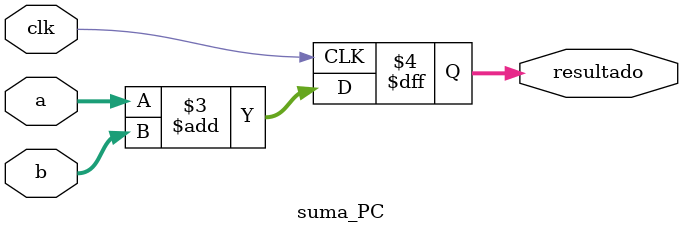
<source format=v>
`timescale 1ns / 1ps


module suma_PC(clk,a, b, resultado);
  input clk;
  input [31:0] a, b;
  output reg [31:0] resultado;
  always@(posedge clk)
  begin
  if(clk==1)
  resultado = (a + b);
  else
  resultado = resultado;
  end
endmodule

</source>
